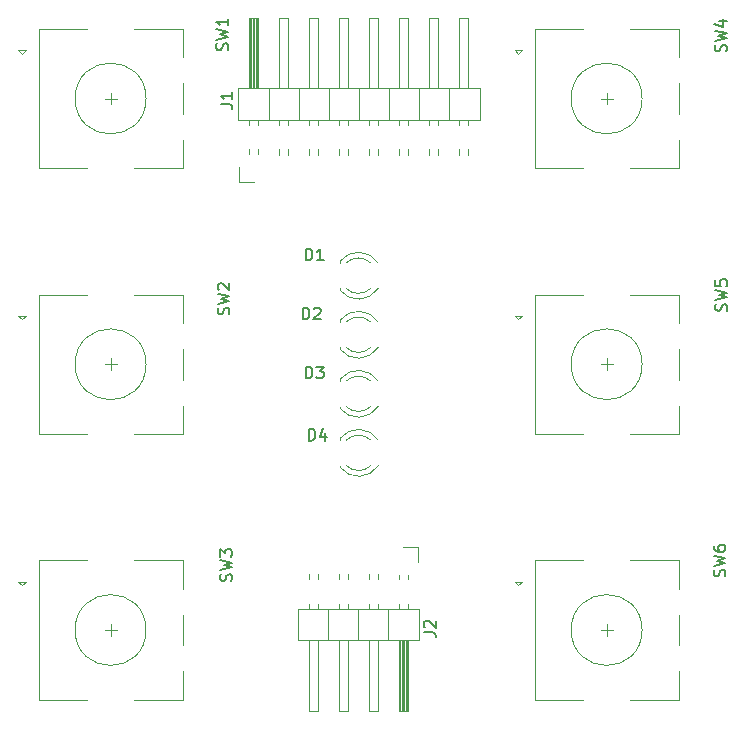
<source format=gto>
%TF.GenerationSoftware,KiCad,Pcbnew,7.0.5*%
%TF.CreationDate,2023-07-13T08:51:00+02:00*%
%TF.ProjectId,Encoder-Holder,456e636f-6465-4722-9d48-6f6c6465722e,rev?*%
%TF.SameCoordinates,Original*%
%TF.FileFunction,Legend,Top*%
%TF.FilePolarity,Positive*%
%FSLAX46Y46*%
G04 Gerber Fmt 4.6, Leading zero omitted, Abs format (unit mm)*
G04 Created by KiCad (PCBNEW 7.0.5) date 2023-07-13 08:51:00*
%MOMM*%
%LPD*%
G01*
G04 APERTURE LIST*
%ADD10C,0.150000*%
%ADD11C,0.120000*%
%ADD12R,2.000000X2.000000*%
%ADD13C,2.000000*%
%ADD14R,3.200000X2.000000*%
%ADD15R,1.700000X1.700000*%
%ADD16O,1.700000X1.700000*%
%ADD17R,1.800000X1.800000*%
%ADD18C,1.800000*%
G04 APERTURE END LIST*
D10*
%TO.C,SW5*%
X163657200Y-75483332D02*
X163704819Y-75340475D01*
X163704819Y-75340475D02*
X163704819Y-75102380D01*
X163704819Y-75102380D02*
X163657200Y-75007142D01*
X163657200Y-75007142D02*
X163609580Y-74959523D01*
X163609580Y-74959523D02*
X163514342Y-74911904D01*
X163514342Y-74911904D02*
X163419104Y-74911904D01*
X163419104Y-74911904D02*
X163323866Y-74959523D01*
X163323866Y-74959523D02*
X163276247Y-75007142D01*
X163276247Y-75007142D02*
X163228628Y-75102380D01*
X163228628Y-75102380D02*
X163181009Y-75292856D01*
X163181009Y-75292856D02*
X163133390Y-75388094D01*
X163133390Y-75388094D02*
X163085771Y-75435713D01*
X163085771Y-75435713D02*
X162990533Y-75483332D01*
X162990533Y-75483332D02*
X162895295Y-75483332D01*
X162895295Y-75483332D02*
X162800057Y-75435713D01*
X162800057Y-75435713D02*
X162752438Y-75388094D01*
X162752438Y-75388094D02*
X162704819Y-75292856D01*
X162704819Y-75292856D02*
X162704819Y-75054761D01*
X162704819Y-75054761D02*
X162752438Y-74911904D01*
X162704819Y-74578570D02*
X163704819Y-74340475D01*
X163704819Y-74340475D02*
X162990533Y-74149999D01*
X162990533Y-74149999D02*
X163704819Y-73959523D01*
X163704819Y-73959523D02*
X162704819Y-73721428D01*
X162704819Y-72864285D02*
X162704819Y-73340475D01*
X162704819Y-73340475D02*
X163181009Y-73388094D01*
X163181009Y-73388094D02*
X163133390Y-73340475D01*
X163133390Y-73340475D02*
X163085771Y-73245237D01*
X163085771Y-73245237D02*
X163085771Y-73007142D01*
X163085771Y-73007142D02*
X163133390Y-72911904D01*
X163133390Y-72911904D02*
X163181009Y-72864285D01*
X163181009Y-72864285D02*
X163276247Y-72816666D01*
X163276247Y-72816666D02*
X163514342Y-72816666D01*
X163514342Y-72816666D02*
X163609580Y-72864285D01*
X163609580Y-72864285D02*
X163657200Y-72911904D01*
X163657200Y-72911904D02*
X163704819Y-73007142D01*
X163704819Y-73007142D02*
X163704819Y-73245237D01*
X163704819Y-73245237D02*
X163657200Y-73340475D01*
X163657200Y-73340475D02*
X163609580Y-73388094D01*
%TO.C,SW3*%
X121732200Y-98333332D02*
X121779819Y-98190475D01*
X121779819Y-98190475D02*
X121779819Y-97952380D01*
X121779819Y-97952380D02*
X121732200Y-97857142D01*
X121732200Y-97857142D02*
X121684580Y-97809523D01*
X121684580Y-97809523D02*
X121589342Y-97761904D01*
X121589342Y-97761904D02*
X121494104Y-97761904D01*
X121494104Y-97761904D02*
X121398866Y-97809523D01*
X121398866Y-97809523D02*
X121351247Y-97857142D01*
X121351247Y-97857142D02*
X121303628Y-97952380D01*
X121303628Y-97952380D02*
X121256009Y-98142856D01*
X121256009Y-98142856D02*
X121208390Y-98238094D01*
X121208390Y-98238094D02*
X121160771Y-98285713D01*
X121160771Y-98285713D02*
X121065533Y-98333332D01*
X121065533Y-98333332D02*
X120970295Y-98333332D01*
X120970295Y-98333332D02*
X120875057Y-98285713D01*
X120875057Y-98285713D02*
X120827438Y-98238094D01*
X120827438Y-98238094D02*
X120779819Y-98142856D01*
X120779819Y-98142856D02*
X120779819Y-97904761D01*
X120779819Y-97904761D02*
X120827438Y-97761904D01*
X120779819Y-97428570D02*
X121779819Y-97190475D01*
X121779819Y-97190475D02*
X121065533Y-96999999D01*
X121065533Y-96999999D02*
X121779819Y-96809523D01*
X121779819Y-96809523D02*
X120779819Y-96571428D01*
X120779819Y-96285713D02*
X120779819Y-95666666D01*
X120779819Y-95666666D02*
X121160771Y-95999999D01*
X121160771Y-95999999D02*
X121160771Y-95857142D01*
X121160771Y-95857142D02*
X121208390Y-95761904D01*
X121208390Y-95761904D02*
X121256009Y-95714285D01*
X121256009Y-95714285D02*
X121351247Y-95666666D01*
X121351247Y-95666666D02*
X121589342Y-95666666D01*
X121589342Y-95666666D02*
X121684580Y-95714285D01*
X121684580Y-95714285D02*
X121732200Y-95761904D01*
X121732200Y-95761904D02*
X121779819Y-95857142D01*
X121779819Y-95857142D02*
X121779819Y-96142856D01*
X121779819Y-96142856D02*
X121732200Y-96238094D01*
X121732200Y-96238094D02*
X121684580Y-96285713D01*
%TO.C,J2*%
X138014819Y-102698333D02*
X138729104Y-102698333D01*
X138729104Y-102698333D02*
X138871961Y-102745952D01*
X138871961Y-102745952D02*
X138967200Y-102841190D01*
X138967200Y-102841190D02*
X139014819Y-102984047D01*
X139014819Y-102984047D02*
X139014819Y-103079285D01*
X138110057Y-102269761D02*
X138062438Y-102222142D01*
X138062438Y-102222142D02*
X138014819Y-102126904D01*
X138014819Y-102126904D02*
X138014819Y-101888809D01*
X138014819Y-101888809D02*
X138062438Y-101793571D01*
X138062438Y-101793571D02*
X138110057Y-101745952D01*
X138110057Y-101745952D02*
X138205295Y-101698333D01*
X138205295Y-101698333D02*
X138300533Y-101698333D01*
X138300533Y-101698333D02*
X138443390Y-101745952D01*
X138443390Y-101745952D02*
X139014819Y-102317380D01*
X139014819Y-102317380D02*
X139014819Y-101698333D01*
%TO.C,SW1*%
X121407200Y-53408332D02*
X121454819Y-53265475D01*
X121454819Y-53265475D02*
X121454819Y-53027380D01*
X121454819Y-53027380D02*
X121407200Y-52932142D01*
X121407200Y-52932142D02*
X121359580Y-52884523D01*
X121359580Y-52884523D02*
X121264342Y-52836904D01*
X121264342Y-52836904D02*
X121169104Y-52836904D01*
X121169104Y-52836904D02*
X121073866Y-52884523D01*
X121073866Y-52884523D02*
X121026247Y-52932142D01*
X121026247Y-52932142D02*
X120978628Y-53027380D01*
X120978628Y-53027380D02*
X120931009Y-53217856D01*
X120931009Y-53217856D02*
X120883390Y-53313094D01*
X120883390Y-53313094D02*
X120835771Y-53360713D01*
X120835771Y-53360713D02*
X120740533Y-53408332D01*
X120740533Y-53408332D02*
X120645295Y-53408332D01*
X120645295Y-53408332D02*
X120550057Y-53360713D01*
X120550057Y-53360713D02*
X120502438Y-53313094D01*
X120502438Y-53313094D02*
X120454819Y-53217856D01*
X120454819Y-53217856D02*
X120454819Y-52979761D01*
X120454819Y-52979761D02*
X120502438Y-52836904D01*
X120454819Y-52503570D02*
X121454819Y-52265475D01*
X121454819Y-52265475D02*
X120740533Y-52074999D01*
X120740533Y-52074999D02*
X121454819Y-51884523D01*
X121454819Y-51884523D02*
X120454819Y-51646428D01*
X121454819Y-50741666D02*
X121454819Y-51313094D01*
X121454819Y-51027380D02*
X120454819Y-51027380D01*
X120454819Y-51027380D02*
X120597676Y-51122618D01*
X120597676Y-51122618D02*
X120692914Y-51217856D01*
X120692914Y-51217856D02*
X120740533Y-51313094D01*
%TO.C,SW2*%
X121507200Y-75783332D02*
X121554819Y-75640475D01*
X121554819Y-75640475D02*
X121554819Y-75402380D01*
X121554819Y-75402380D02*
X121507200Y-75307142D01*
X121507200Y-75307142D02*
X121459580Y-75259523D01*
X121459580Y-75259523D02*
X121364342Y-75211904D01*
X121364342Y-75211904D02*
X121269104Y-75211904D01*
X121269104Y-75211904D02*
X121173866Y-75259523D01*
X121173866Y-75259523D02*
X121126247Y-75307142D01*
X121126247Y-75307142D02*
X121078628Y-75402380D01*
X121078628Y-75402380D02*
X121031009Y-75592856D01*
X121031009Y-75592856D02*
X120983390Y-75688094D01*
X120983390Y-75688094D02*
X120935771Y-75735713D01*
X120935771Y-75735713D02*
X120840533Y-75783332D01*
X120840533Y-75783332D02*
X120745295Y-75783332D01*
X120745295Y-75783332D02*
X120650057Y-75735713D01*
X120650057Y-75735713D02*
X120602438Y-75688094D01*
X120602438Y-75688094D02*
X120554819Y-75592856D01*
X120554819Y-75592856D02*
X120554819Y-75354761D01*
X120554819Y-75354761D02*
X120602438Y-75211904D01*
X120554819Y-74878570D02*
X121554819Y-74640475D01*
X121554819Y-74640475D02*
X120840533Y-74449999D01*
X120840533Y-74449999D02*
X121554819Y-74259523D01*
X121554819Y-74259523D02*
X120554819Y-74021428D01*
X120650057Y-73688094D02*
X120602438Y-73640475D01*
X120602438Y-73640475D02*
X120554819Y-73545237D01*
X120554819Y-73545237D02*
X120554819Y-73307142D01*
X120554819Y-73307142D02*
X120602438Y-73211904D01*
X120602438Y-73211904D02*
X120650057Y-73164285D01*
X120650057Y-73164285D02*
X120745295Y-73116666D01*
X120745295Y-73116666D02*
X120840533Y-73116666D01*
X120840533Y-73116666D02*
X120983390Y-73164285D01*
X120983390Y-73164285D02*
X121554819Y-73735713D01*
X121554819Y-73735713D02*
X121554819Y-73116666D01*
%TO.C,D2*%
X127761905Y-76204819D02*
X127761905Y-75204819D01*
X127761905Y-75204819D02*
X128000000Y-75204819D01*
X128000000Y-75204819D02*
X128142857Y-75252438D01*
X128142857Y-75252438D02*
X128238095Y-75347676D01*
X128238095Y-75347676D02*
X128285714Y-75442914D01*
X128285714Y-75442914D02*
X128333333Y-75633390D01*
X128333333Y-75633390D02*
X128333333Y-75776247D01*
X128333333Y-75776247D02*
X128285714Y-75966723D01*
X128285714Y-75966723D02*
X128238095Y-76061961D01*
X128238095Y-76061961D02*
X128142857Y-76157200D01*
X128142857Y-76157200D02*
X128000000Y-76204819D01*
X128000000Y-76204819D02*
X127761905Y-76204819D01*
X128714286Y-75300057D02*
X128761905Y-75252438D01*
X128761905Y-75252438D02*
X128857143Y-75204819D01*
X128857143Y-75204819D02*
X129095238Y-75204819D01*
X129095238Y-75204819D02*
X129190476Y-75252438D01*
X129190476Y-75252438D02*
X129238095Y-75300057D01*
X129238095Y-75300057D02*
X129285714Y-75395295D01*
X129285714Y-75395295D02*
X129285714Y-75490533D01*
X129285714Y-75490533D02*
X129238095Y-75633390D01*
X129238095Y-75633390D02*
X128666667Y-76204819D01*
X128666667Y-76204819D02*
X129285714Y-76204819D01*
%TO.C,D3*%
X128011905Y-81204819D02*
X128011905Y-80204819D01*
X128011905Y-80204819D02*
X128250000Y-80204819D01*
X128250000Y-80204819D02*
X128392857Y-80252438D01*
X128392857Y-80252438D02*
X128488095Y-80347676D01*
X128488095Y-80347676D02*
X128535714Y-80442914D01*
X128535714Y-80442914D02*
X128583333Y-80633390D01*
X128583333Y-80633390D02*
X128583333Y-80776247D01*
X128583333Y-80776247D02*
X128535714Y-80966723D01*
X128535714Y-80966723D02*
X128488095Y-81061961D01*
X128488095Y-81061961D02*
X128392857Y-81157200D01*
X128392857Y-81157200D02*
X128250000Y-81204819D01*
X128250000Y-81204819D02*
X128011905Y-81204819D01*
X128916667Y-80204819D02*
X129535714Y-80204819D01*
X129535714Y-80204819D02*
X129202381Y-80585771D01*
X129202381Y-80585771D02*
X129345238Y-80585771D01*
X129345238Y-80585771D02*
X129440476Y-80633390D01*
X129440476Y-80633390D02*
X129488095Y-80681009D01*
X129488095Y-80681009D02*
X129535714Y-80776247D01*
X129535714Y-80776247D02*
X129535714Y-81014342D01*
X129535714Y-81014342D02*
X129488095Y-81109580D01*
X129488095Y-81109580D02*
X129440476Y-81157200D01*
X129440476Y-81157200D02*
X129345238Y-81204819D01*
X129345238Y-81204819D02*
X129059524Y-81204819D01*
X129059524Y-81204819D02*
X128964286Y-81157200D01*
X128964286Y-81157200D02*
X128916667Y-81109580D01*
%TO.C,D4*%
X128261905Y-86454819D02*
X128261905Y-85454819D01*
X128261905Y-85454819D02*
X128500000Y-85454819D01*
X128500000Y-85454819D02*
X128642857Y-85502438D01*
X128642857Y-85502438D02*
X128738095Y-85597676D01*
X128738095Y-85597676D02*
X128785714Y-85692914D01*
X128785714Y-85692914D02*
X128833333Y-85883390D01*
X128833333Y-85883390D02*
X128833333Y-86026247D01*
X128833333Y-86026247D02*
X128785714Y-86216723D01*
X128785714Y-86216723D02*
X128738095Y-86311961D01*
X128738095Y-86311961D02*
X128642857Y-86407200D01*
X128642857Y-86407200D02*
X128500000Y-86454819D01*
X128500000Y-86454819D02*
X128261905Y-86454819D01*
X129690476Y-85788152D02*
X129690476Y-86454819D01*
X129452381Y-85407200D02*
X129214286Y-86121485D01*
X129214286Y-86121485D02*
X129833333Y-86121485D01*
%TO.C,D1*%
X128011905Y-71204819D02*
X128011905Y-70204819D01*
X128011905Y-70204819D02*
X128250000Y-70204819D01*
X128250000Y-70204819D02*
X128392857Y-70252438D01*
X128392857Y-70252438D02*
X128488095Y-70347676D01*
X128488095Y-70347676D02*
X128535714Y-70442914D01*
X128535714Y-70442914D02*
X128583333Y-70633390D01*
X128583333Y-70633390D02*
X128583333Y-70776247D01*
X128583333Y-70776247D02*
X128535714Y-70966723D01*
X128535714Y-70966723D02*
X128488095Y-71061961D01*
X128488095Y-71061961D02*
X128392857Y-71157200D01*
X128392857Y-71157200D02*
X128250000Y-71204819D01*
X128250000Y-71204819D02*
X128011905Y-71204819D01*
X129535714Y-71204819D02*
X128964286Y-71204819D01*
X129250000Y-71204819D02*
X129250000Y-70204819D01*
X129250000Y-70204819D02*
X129154762Y-70347676D01*
X129154762Y-70347676D02*
X129059524Y-70442914D01*
X129059524Y-70442914D02*
X128964286Y-70490533D01*
%TO.C,SW6*%
X163507200Y-97958332D02*
X163554819Y-97815475D01*
X163554819Y-97815475D02*
X163554819Y-97577380D01*
X163554819Y-97577380D02*
X163507200Y-97482142D01*
X163507200Y-97482142D02*
X163459580Y-97434523D01*
X163459580Y-97434523D02*
X163364342Y-97386904D01*
X163364342Y-97386904D02*
X163269104Y-97386904D01*
X163269104Y-97386904D02*
X163173866Y-97434523D01*
X163173866Y-97434523D02*
X163126247Y-97482142D01*
X163126247Y-97482142D02*
X163078628Y-97577380D01*
X163078628Y-97577380D02*
X163031009Y-97767856D01*
X163031009Y-97767856D02*
X162983390Y-97863094D01*
X162983390Y-97863094D02*
X162935771Y-97910713D01*
X162935771Y-97910713D02*
X162840533Y-97958332D01*
X162840533Y-97958332D02*
X162745295Y-97958332D01*
X162745295Y-97958332D02*
X162650057Y-97910713D01*
X162650057Y-97910713D02*
X162602438Y-97863094D01*
X162602438Y-97863094D02*
X162554819Y-97767856D01*
X162554819Y-97767856D02*
X162554819Y-97529761D01*
X162554819Y-97529761D02*
X162602438Y-97386904D01*
X162554819Y-97053570D02*
X163554819Y-96815475D01*
X163554819Y-96815475D02*
X162840533Y-96624999D01*
X162840533Y-96624999D02*
X163554819Y-96434523D01*
X163554819Y-96434523D02*
X162554819Y-96196428D01*
X162554819Y-95386904D02*
X162554819Y-95577380D01*
X162554819Y-95577380D02*
X162602438Y-95672618D01*
X162602438Y-95672618D02*
X162650057Y-95720237D01*
X162650057Y-95720237D02*
X162792914Y-95815475D01*
X162792914Y-95815475D02*
X162983390Y-95863094D01*
X162983390Y-95863094D02*
X163364342Y-95863094D01*
X163364342Y-95863094D02*
X163459580Y-95815475D01*
X163459580Y-95815475D02*
X163507200Y-95767856D01*
X163507200Y-95767856D02*
X163554819Y-95672618D01*
X163554819Y-95672618D02*
X163554819Y-95482142D01*
X163554819Y-95482142D02*
X163507200Y-95386904D01*
X163507200Y-95386904D02*
X163459580Y-95339285D01*
X163459580Y-95339285D02*
X163364342Y-95291666D01*
X163364342Y-95291666D02*
X163126247Y-95291666D01*
X163126247Y-95291666D02*
X163031009Y-95339285D01*
X163031009Y-95339285D02*
X162983390Y-95386904D01*
X162983390Y-95386904D02*
X162935771Y-95482142D01*
X162935771Y-95482142D02*
X162935771Y-95672618D01*
X162935771Y-95672618D02*
X162983390Y-95767856D01*
X162983390Y-95767856D02*
X163031009Y-95815475D01*
X163031009Y-95815475D02*
X163126247Y-95863094D01*
%TO.C,J1*%
X120809819Y-57968333D02*
X121524104Y-57968333D01*
X121524104Y-57968333D02*
X121666961Y-58015952D01*
X121666961Y-58015952D02*
X121762200Y-58111190D01*
X121762200Y-58111190D02*
X121809819Y-58254047D01*
X121809819Y-58254047D02*
X121809819Y-58349285D01*
X121809819Y-56968333D02*
X121809819Y-57539761D01*
X121809819Y-57254047D02*
X120809819Y-57254047D01*
X120809819Y-57254047D02*
X120952676Y-57349285D01*
X120952676Y-57349285D02*
X121047914Y-57444523D01*
X121047914Y-57444523D02*
X121095533Y-57539761D01*
%TO.C,SW4*%
X163607200Y-53508332D02*
X163654819Y-53365475D01*
X163654819Y-53365475D02*
X163654819Y-53127380D01*
X163654819Y-53127380D02*
X163607200Y-53032142D01*
X163607200Y-53032142D02*
X163559580Y-52984523D01*
X163559580Y-52984523D02*
X163464342Y-52936904D01*
X163464342Y-52936904D02*
X163369104Y-52936904D01*
X163369104Y-52936904D02*
X163273866Y-52984523D01*
X163273866Y-52984523D02*
X163226247Y-53032142D01*
X163226247Y-53032142D02*
X163178628Y-53127380D01*
X163178628Y-53127380D02*
X163131009Y-53317856D01*
X163131009Y-53317856D02*
X163083390Y-53413094D01*
X163083390Y-53413094D02*
X163035771Y-53460713D01*
X163035771Y-53460713D02*
X162940533Y-53508332D01*
X162940533Y-53508332D02*
X162845295Y-53508332D01*
X162845295Y-53508332D02*
X162750057Y-53460713D01*
X162750057Y-53460713D02*
X162702438Y-53413094D01*
X162702438Y-53413094D02*
X162654819Y-53317856D01*
X162654819Y-53317856D02*
X162654819Y-53079761D01*
X162654819Y-53079761D02*
X162702438Y-52936904D01*
X162654819Y-52603570D02*
X163654819Y-52365475D01*
X163654819Y-52365475D02*
X162940533Y-52174999D01*
X162940533Y-52174999D02*
X163654819Y-51984523D01*
X163654819Y-51984523D02*
X162654819Y-51746428D01*
X162988152Y-50936904D02*
X163654819Y-50936904D01*
X162607200Y-51174999D02*
X163321485Y-51413094D01*
X163321485Y-51413094D02*
X163321485Y-50794047D01*
D11*
%TO.C,SW5*%
X145700000Y-75900000D02*
X146300000Y-75900000D01*
X146000000Y-76200000D02*
X145700000Y-75900000D01*
X146300000Y-75900000D02*
X146000000Y-76200000D01*
X147400000Y-74100000D02*
X147400000Y-85900000D01*
X151500000Y-74100000D02*
X147400000Y-74100000D01*
X151500000Y-85900000D02*
X147400000Y-85900000D01*
X153000000Y-80000000D02*
X154000000Y-80000000D01*
X153500000Y-79500000D02*
X153500000Y-80500000D01*
X155500000Y-74100000D02*
X159600000Y-74100000D01*
X159600000Y-74100000D02*
X159600000Y-76500000D01*
X159600000Y-78700000D02*
X159600000Y-81300000D01*
X159600000Y-83500000D02*
X159600000Y-85900000D01*
X159600000Y-85900000D02*
X155500000Y-85900000D01*
X156500000Y-80000000D02*
G75*
G03*
X156500000Y-80000000I-3000000J0D01*
G01*
%TO.C,SW3*%
X103700000Y-98400000D02*
X104300000Y-98400000D01*
X104000000Y-98700000D02*
X103700000Y-98400000D01*
X104300000Y-98400000D02*
X104000000Y-98700000D01*
X105400000Y-96600000D02*
X105400000Y-108400000D01*
X109500000Y-96600000D02*
X105400000Y-96600000D01*
X109500000Y-108400000D02*
X105400000Y-108400000D01*
X111000000Y-102500000D02*
X112000000Y-102500000D01*
X111500000Y-102000000D02*
X111500000Y-103000000D01*
X113500000Y-96600000D02*
X117600000Y-96600000D01*
X117600000Y-96600000D02*
X117600000Y-99000000D01*
X117600000Y-101200000D02*
X117600000Y-103800000D01*
X117600000Y-106000000D02*
X117600000Y-108400000D01*
X117600000Y-108400000D02*
X113500000Y-108400000D01*
X114500000Y-102500000D02*
G75*
G03*
X114500000Y-102500000I-3000000J0D01*
G01*
%TO.C,J2*%
X137560000Y-95440000D02*
X137560000Y-96710000D01*
X136290000Y-95440000D02*
X137560000Y-95440000D01*
X134130000Y-97752929D02*
X134130000Y-98207071D01*
X133370000Y-97752929D02*
X133370000Y-98207071D01*
X131590000Y-97752929D02*
X131590000Y-98207071D01*
X130830000Y-97752929D02*
X130830000Y-98207071D01*
X129050000Y-97752929D02*
X129050000Y-98207071D01*
X128290000Y-97752929D02*
X128290000Y-98207071D01*
X136670000Y-97820000D02*
X136670000Y-98207071D01*
X135910000Y-97820000D02*
X135910000Y-98207071D01*
X136670000Y-100292929D02*
X136670000Y-100690000D01*
X135910000Y-100292929D02*
X135910000Y-100690000D01*
X134130000Y-100292929D02*
X134130000Y-100690000D01*
X133370000Y-100292929D02*
X133370000Y-100690000D01*
X131590000Y-100292929D02*
X131590000Y-100690000D01*
X130830000Y-100292929D02*
X130830000Y-100690000D01*
X129050000Y-100292929D02*
X129050000Y-100690000D01*
X128290000Y-100292929D02*
X128290000Y-100690000D01*
X137620000Y-100690000D02*
X127340000Y-100690000D01*
X135020000Y-100690000D02*
X135020000Y-103350000D01*
X132480000Y-100690000D02*
X132480000Y-103350000D01*
X129940000Y-100690000D02*
X129940000Y-103350000D01*
X127340000Y-100690000D02*
X127340000Y-103350000D01*
X137620000Y-103350000D02*
X137620000Y-100690000D01*
X136670000Y-103350000D02*
X136670000Y-109350000D01*
X136610000Y-103350000D02*
X136610000Y-109350000D01*
X136490000Y-103350000D02*
X136490000Y-109350000D01*
X136370000Y-103350000D02*
X136370000Y-109350000D01*
X136250000Y-103350000D02*
X136250000Y-109350000D01*
X136130000Y-103350000D02*
X136130000Y-109350000D01*
X136010000Y-103350000D02*
X136010000Y-109350000D01*
X134130000Y-103350000D02*
X134130000Y-109350000D01*
X131590000Y-103350000D02*
X131590000Y-109350000D01*
X129050000Y-103350000D02*
X129050000Y-109350000D01*
X127340000Y-103350000D02*
X137620000Y-103350000D01*
X136670000Y-109350000D02*
X135910000Y-109350000D01*
X135910000Y-109350000D02*
X135910000Y-103350000D01*
X134130000Y-109350000D02*
X133370000Y-109350000D01*
X133370000Y-109350000D02*
X133370000Y-103350000D01*
X131590000Y-109350000D02*
X130830000Y-109350000D01*
X130830000Y-109350000D02*
X130830000Y-103350000D01*
X129050000Y-109350000D02*
X128290000Y-109350000D01*
X128290000Y-109350000D02*
X128290000Y-103350000D01*
%TO.C,SW1*%
X103700000Y-53400000D02*
X104300000Y-53400000D01*
X104000000Y-53700000D02*
X103700000Y-53400000D01*
X104300000Y-53400000D02*
X104000000Y-53700000D01*
X105400000Y-51600000D02*
X105400000Y-63400000D01*
X109500000Y-51600000D02*
X105400000Y-51600000D01*
X109500000Y-63400000D02*
X105400000Y-63400000D01*
X111000000Y-57500000D02*
X112000000Y-57500000D01*
X111500000Y-57000000D02*
X111500000Y-58000000D01*
X113500000Y-51600000D02*
X117600000Y-51600000D01*
X117600000Y-51600000D02*
X117600000Y-54000000D01*
X117600000Y-56200000D02*
X117600000Y-58800000D01*
X117600000Y-61000000D02*
X117600000Y-63400000D01*
X117600000Y-63400000D02*
X113500000Y-63400000D01*
X114500000Y-57500000D02*
G75*
G03*
X114500000Y-57500000I-3000000J0D01*
G01*
%TO.C,SW2*%
X103700000Y-75900000D02*
X104300000Y-75900000D01*
X104000000Y-76200000D02*
X103700000Y-75900000D01*
X104300000Y-75900000D02*
X104000000Y-76200000D01*
X105400000Y-74100000D02*
X105400000Y-85900000D01*
X109500000Y-74100000D02*
X105400000Y-74100000D01*
X109500000Y-85900000D02*
X105400000Y-85900000D01*
X111000000Y-80000000D02*
X112000000Y-80000000D01*
X111500000Y-79500000D02*
X111500000Y-80500000D01*
X113500000Y-74100000D02*
X117600000Y-74100000D01*
X117600000Y-74100000D02*
X117600000Y-76500000D01*
X117600000Y-78700000D02*
X117600000Y-81300000D01*
X117600000Y-83500000D02*
X117600000Y-85900000D01*
X117600000Y-85900000D02*
X113500000Y-85900000D01*
X114500000Y-80000000D02*
G75*
G03*
X114500000Y-80000000I-3000000J0D01*
G01*
%TO.C,D2*%
X130920000Y-76264000D02*
X130920000Y-76420000D01*
X130920000Y-78580000D02*
X130920000Y-78736000D01*
X134152334Y-76421392D02*
G75*
G03*
X130920001Y-76264485I-1672334J-1078608D01*
G01*
X133521129Y-76420164D02*
G75*
G03*
X131439040Y-76420001I-1041129J-1079836D01*
G01*
X131439040Y-78579999D02*
G75*
G03*
X133521129Y-78579836I1040960J1079999D01*
G01*
X130920001Y-78735515D02*
G75*
G03*
X134152334Y-78578608I1559999J1235515D01*
G01*
%TO.C,D3*%
X130920000Y-81264000D02*
X130920000Y-81420000D01*
X130920000Y-83580000D02*
X130920000Y-83736000D01*
X134152334Y-81421392D02*
G75*
G03*
X130920001Y-81264485I-1672334J-1078608D01*
G01*
X133521129Y-81420164D02*
G75*
G03*
X131439040Y-81420001I-1041129J-1079836D01*
G01*
X131439040Y-83579999D02*
G75*
G03*
X133521129Y-83579836I1040960J1079999D01*
G01*
X130920001Y-83735515D02*
G75*
G03*
X134152334Y-83578608I1559999J1235515D01*
G01*
%TO.C,D4*%
X130935000Y-86264000D02*
X130935000Y-86420000D01*
X130935000Y-88580000D02*
X130935000Y-88736000D01*
X134167334Y-86421392D02*
G75*
G03*
X130935001Y-86264485I-1672334J-1078608D01*
G01*
X133536129Y-86420164D02*
G75*
G03*
X131454040Y-86420001I-1041129J-1079836D01*
G01*
X131454040Y-88579999D02*
G75*
G03*
X133536129Y-88579836I1040960J1079999D01*
G01*
X130935001Y-88735515D02*
G75*
G03*
X134167334Y-88578608I1559999J1235515D01*
G01*
%TO.C,D1*%
X130920000Y-71264000D02*
X130920000Y-71420000D01*
X130920000Y-73580000D02*
X130920000Y-73736000D01*
X134152334Y-71421392D02*
G75*
G03*
X130920001Y-71264485I-1672334J-1078608D01*
G01*
X133521129Y-71420164D02*
G75*
G03*
X131439040Y-71420001I-1041129J-1079836D01*
G01*
X131439040Y-73579999D02*
G75*
G03*
X133521129Y-73579836I1040960J1079999D01*
G01*
X130920001Y-73735515D02*
G75*
G03*
X134152334Y-73578608I1559999J1235515D01*
G01*
%TO.C,SW6*%
X145700000Y-98400000D02*
X146300000Y-98400000D01*
X146000000Y-98700000D02*
X145700000Y-98400000D01*
X146300000Y-98400000D02*
X146000000Y-98700000D01*
X147400000Y-96600000D02*
X147400000Y-108400000D01*
X151500000Y-96600000D02*
X147400000Y-96600000D01*
X151500000Y-108400000D02*
X147400000Y-108400000D01*
X153000000Y-102500000D02*
X154000000Y-102500000D01*
X153500000Y-102000000D02*
X153500000Y-103000000D01*
X155500000Y-96600000D02*
X159600000Y-96600000D01*
X159600000Y-96600000D02*
X159600000Y-99000000D01*
X159600000Y-101200000D02*
X159600000Y-103800000D01*
X159600000Y-106000000D02*
X159600000Y-108400000D01*
X159600000Y-108400000D02*
X155500000Y-108400000D01*
X156500000Y-102500000D02*
G75*
G03*
X156500000Y-102500000I-3000000J0D01*
G01*
%TO.C,J1*%
X122355000Y-64560000D02*
X122355000Y-63290000D01*
X123625000Y-64560000D02*
X122355000Y-64560000D01*
X125785000Y-62247071D02*
X125785000Y-61792929D01*
X126545000Y-62247071D02*
X126545000Y-61792929D01*
X128325000Y-62247071D02*
X128325000Y-61792929D01*
X129085000Y-62247071D02*
X129085000Y-61792929D01*
X130865000Y-62247071D02*
X130865000Y-61792929D01*
X131625000Y-62247071D02*
X131625000Y-61792929D01*
X133405000Y-62247071D02*
X133405000Y-61792929D01*
X134165000Y-62247071D02*
X134165000Y-61792929D01*
X135945000Y-62247071D02*
X135945000Y-61792929D01*
X136705000Y-62247071D02*
X136705000Y-61792929D01*
X138485000Y-62247071D02*
X138485000Y-61792929D01*
X139245000Y-62247071D02*
X139245000Y-61792929D01*
X141025000Y-62247071D02*
X141025000Y-61792929D01*
X141785000Y-62247071D02*
X141785000Y-61792929D01*
X123245000Y-62180000D02*
X123245000Y-61792929D01*
X124005000Y-62180000D02*
X124005000Y-61792929D01*
X123245000Y-59707071D02*
X123245000Y-59310000D01*
X124005000Y-59707071D02*
X124005000Y-59310000D01*
X125785000Y-59707071D02*
X125785000Y-59310000D01*
X126545000Y-59707071D02*
X126545000Y-59310000D01*
X128325000Y-59707071D02*
X128325000Y-59310000D01*
X129085000Y-59707071D02*
X129085000Y-59310000D01*
X130865000Y-59707071D02*
X130865000Y-59310000D01*
X131625000Y-59707071D02*
X131625000Y-59310000D01*
X133405000Y-59707071D02*
X133405000Y-59310000D01*
X134165000Y-59707071D02*
X134165000Y-59310000D01*
X135945000Y-59707071D02*
X135945000Y-59310000D01*
X136705000Y-59707071D02*
X136705000Y-59310000D01*
X138485000Y-59707071D02*
X138485000Y-59310000D01*
X139245000Y-59707071D02*
X139245000Y-59310000D01*
X141025000Y-59707071D02*
X141025000Y-59310000D01*
X141785000Y-59707071D02*
X141785000Y-59310000D01*
X122295000Y-59310000D02*
X142735000Y-59310000D01*
X124895000Y-59310000D02*
X124895000Y-56650000D01*
X127435000Y-59310000D02*
X127435000Y-56650000D01*
X129975000Y-59310000D02*
X129975000Y-56650000D01*
X132515000Y-59310000D02*
X132515000Y-56650000D01*
X135055000Y-59310000D02*
X135055000Y-56650000D01*
X137595000Y-59310000D02*
X137595000Y-56650000D01*
X140135000Y-59310000D02*
X140135000Y-56650000D01*
X142735000Y-59310000D02*
X142735000Y-56650000D01*
X122295000Y-56650000D02*
X122295000Y-59310000D01*
X123245000Y-56650000D02*
X123245000Y-50650000D01*
X123305000Y-56650000D02*
X123305000Y-50650000D01*
X123425000Y-56650000D02*
X123425000Y-50650000D01*
X123545000Y-56650000D02*
X123545000Y-50650000D01*
X123665000Y-56650000D02*
X123665000Y-50650000D01*
X123785000Y-56650000D02*
X123785000Y-50650000D01*
X123905000Y-56650000D02*
X123905000Y-50650000D01*
X125785000Y-56650000D02*
X125785000Y-50650000D01*
X128325000Y-56650000D02*
X128325000Y-50650000D01*
X130865000Y-56650000D02*
X130865000Y-50650000D01*
X133405000Y-56650000D02*
X133405000Y-50650000D01*
X135945000Y-56650000D02*
X135945000Y-50650000D01*
X138485000Y-56650000D02*
X138485000Y-50650000D01*
X141025000Y-56650000D02*
X141025000Y-50650000D01*
X142735000Y-56650000D02*
X122295000Y-56650000D01*
X123245000Y-50650000D02*
X124005000Y-50650000D01*
X124005000Y-50650000D02*
X124005000Y-56650000D01*
X125785000Y-50650000D02*
X126545000Y-50650000D01*
X126545000Y-50650000D02*
X126545000Y-56650000D01*
X128325000Y-50650000D02*
X129085000Y-50650000D01*
X129085000Y-50650000D02*
X129085000Y-56650000D01*
X130865000Y-50650000D02*
X131625000Y-50650000D01*
X131625000Y-50650000D02*
X131625000Y-56650000D01*
X133405000Y-50650000D02*
X134165000Y-50650000D01*
X134165000Y-50650000D02*
X134165000Y-56650000D01*
X135945000Y-50650000D02*
X136705000Y-50650000D01*
X136705000Y-50650000D02*
X136705000Y-56650000D01*
X138485000Y-50650000D02*
X139245000Y-50650000D01*
X139245000Y-50650000D02*
X139245000Y-56650000D01*
X141025000Y-50650000D02*
X141785000Y-50650000D01*
X141785000Y-50650000D02*
X141785000Y-56650000D01*
%TO.C,SW4*%
X145700000Y-53400000D02*
X146300000Y-53400000D01*
X146000000Y-53700000D02*
X145700000Y-53400000D01*
X146300000Y-53400000D02*
X146000000Y-53700000D01*
X147400000Y-51600000D02*
X147400000Y-63400000D01*
X151500000Y-51600000D02*
X147400000Y-51600000D01*
X151500000Y-63400000D02*
X147400000Y-63400000D01*
X153000000Y-57500000D02*
X154000000Y-57500000D01*
X153500000Y-57000000D02*
X153500000Y-58000000D01*
X155500000Y-51600000D02*
X159600000Y-51600000D01*
X159600000Y-51600000D02*
X159600000Y-54000000D01*
X159600000Y-56200000D02*
X159600000Y-58800000D01*
X159600000Y-61000000D02*
X159600000Y-63400000D01*
X159600000Y-63400000D02*
X155500000Y-63400000D01*
X156500000Y-57500000D02*
G75*
G03*
X156500000Y-57500000I-3000000J0D01*
G01*
%TD*%
%LPC*%
D12*
%TO.C,SW5*%
X146000000Y-77500000D03*
D13*
X146000000Y-82500000D03*
X146000000Y-80000000D03*
D14*
X153500000Y-74400000D03*
X153500000Y-85600000D03*
D13*
X160500000Y-82500000D03*
X160500000Y-77500000D03*
%TD*%
D12*
%TO.C,SW3*%
X104000000Y-100000000D03*
D13*
X104000000Y-105000000D03*
X104000000Y-102500000D03*
D14*
X111500000Y-96900000D03*
X111500000Y-108100000D03*
D13*
X118500000Y-105000000D03*
X118500000Y-100000000D03*
%TD*%
D15*
%TO.C,J2*%
X136290000Y-96710000D03*
D16*
X136290000Y-99250000D03*
X133750000Y-96710000D03*
X133750000Y-99250000D03*
X131210000Y-96710000D03*
X131210000Y-99250000D03*
X128670000Y-96710000D03*
X128670000Y-99250000D03*
%TD*%
D12*
%TO.C,SW1*%
X104000000Y-55000000D03*
D13*
X104000000Y-60000000D03*
X104000000Y-57500000D03*
D14*
X111500000Y-51900000D03*
X111500000Y-63100000D03*
D13*
X118500000Y-60000000D03*
X118500000Y-55000000D03*
%TD*%
D12*
%TO.C,SW2*%
X104000000Y-77500000D03*
D13*
X104000000Y-82500000D03*
X104000000Y-80000000D03*
D14*
X111500000Y-74400000D03*
X111500000Y-85600000D03*
D13*
X118500000Y-82500000D03*
X118500000Y-77500000D03*
%TD*%
D17*
%TO.C,D2*%
X131210000Y-77500000D03*
D18*
X133750000Y-77500000D03*
%TD*%
D17*
%TO.C,D3*%
X131210000Y-82500000D03*
D18*
X133750000Y-82500000D03*
%TD*%
D17*
%TO.C,D4*%
X131225000Y-87500000D03*
D18*
X133765000Y-87500000D03*
%TD*%
D17*
%TO.C,D1*%
X131210000Y-72500000D03*
D18*
X133750000Y-72500000D03*
%TD*%
D12*
%TO.C,SW6*%
X146000000Y-100000000D03*
D13*
X146000000Y-105000000D03*
X146000000Y-102500000D03*
D14*
X153500000Y-96900000D03*
X153500000Y-108100000D03*
D13*
X160500000Y-105000000D03*
X160500000Y-100000000D03*
%TD*%
D15*
%TO.C,J1*%
X123625000Y-63290000D03*
D16*
X123625000Y-60750000D03*
X126165000Y-63290000D03*
X126165000Y-60750000D03*
X128705000Y-63290000D03*
X128705000Y-60750000D03*
X131245000Y-63290000D03*
X131245000Y-60750000D03*
X133785000Y-63290000D03*
X133785000Y-60750000D03*
X136325000Y-63290000D03*
X136325000Y-60750000D03*
X138865000Y-63290000D03*
X138865000Y-60750000D03*
X141405000Y-63290000D03*
X141405000Y-60750000D03*
%TD*%
D12*
%TO.C,SW4*%
X146000000Y-55000000D03*
D13*
X146000000Y-60000000D03*
X146000000Y-57500000D03*
D14*
X153500000Y-51900000D03*
X153500000Y-63100000D03*
D13*
X160500000Y-60000000D03*
X160500000Y-55000000D03*
%TD*%
%LPD*%
M02*

</source>
